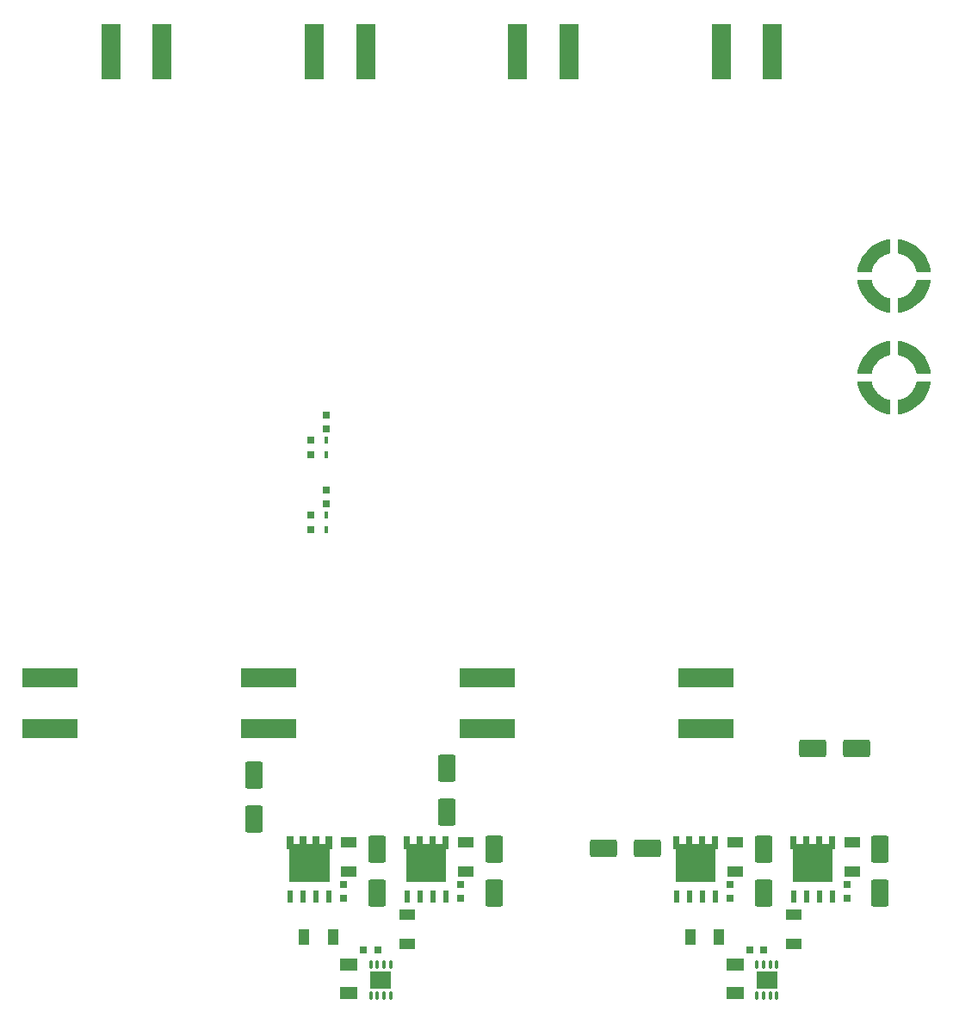
<source format=gbr>
%TF.GenerationSoftware,Altium Limited,Altium Designer,25.8.1 (18)*%
G04 Layer_Color=128*
%FSLAX45Y45*%
%MOMM*%
%TF.SameCoordinates,5F8AD7AF-A6C7-491F-921A-1EE88451CE46*%
%TF.FilePolarity,Positive*%
%TF.FileFunction,Paste,Bot*%
%TF.Part,Single*%
G01*
G75*
%TA.AperFunction,SMDPad,CuDef*%
G04:AMPARAMS|DCode=13|XSize=0.76mm|YSize=0.6604mm|CornerRadius=0.08255mm|HoleSize=0mm|Usage=FLASHONLY|Rotation=0.000|XOffset=0mm|YOffset=0mm|HoleType=Round|Shape=RoundedRectangle|*
%AMROUNDEDRECTD13*
21,1,0.76000,0.49530,0,0,0.0*
21,1,0.59490,0.66040,0,0,0.0*
1,1,0.16510,0.29745,-0.24765*
1,1,0.16510,-0.29745,-0.24765*
1,1,0.16510,-0.29745,0.24765*
1,1,0.16510,0.29745,0.24765*
%
%ADD13ROUNDEDRECTD13*%
G04:AMPARAMS|DCode=17|XSize=0.76mm|YSize=0.6604mm|CornerRadius=0.08255mm|HoleSize=0mm|Usage=FLASHONLY|Rotation=90.000|XOffset=0mm|YOffset=0mm|HoleType=Round|Shape=RoundedRectangle|*
%AMROUNDEDRECTD17*
21,1,0.76000,0.49530,0,0,90.0*
21,1,0.59490,0.66040,0,0,90.0*
1,1,0.16510,0.24765,0.29745*
1,1,0.16510,0.24765,-0.29745*
1,1,0.16510,-0.24765,-0.29745*
1,1,0.16510,-0.24765,0.29745*
%
%ADD17ROUNDEDRECTD17*%
%ADD32R,1.10000X1.65000*%
%ADD37R,1.75822X1.30550*%
G04:AMPARAMS|DCode=39|XSize=2.65mm|YSize=1.75mm|CornerRadius=0.21875mm|HoleSize=0mm|Usage=FLASHONLY|Rotation=270.000|XOffset=0mm|YOffset=0mm|HoleType=Round|Shape=RoundedRectangle|*
%AMROUNDEDRECTD39*
21,1,2.65000,1.31250,0,0,270.0*
21,1,2.21250,1.75000,0,0,270.0*
1,1,0.43750,-0.65625,-1.10625*
1,1,0.43750,-0.65625,1.10625*
1,1,0.43750,0.65625,1.10625*
1,1,0.43750,0.65625,-1.10625*
%
%ADD39ROUNDEDRECTD39*%
%ADD42R,1.65000X1.10000*%
%ADD61R,0.61000X1.27000*%
%ADD63R,5.40312X1.88209*%
G04:AMPARAMS|DCode=64|XSize=2.65mm|YSize=1.75mm|CornerRadius=0.21875mm|HoleSize=0mm|Usage=FLASHONLY|Rotation=180.000|XOffset=0mm|YOffset=0mm|HoleType=Round|Shape=RoundedRectangle|*
%AMROUNDEDRECTD64*
21,1,2.65000,1.31250,0,0,180.0*
21,1,2.21250,1.75000,0,0,180.0*
1,1,0.43750,-1.10625,0.65625*
1,1,0.43750,1.10625,0.65625*
1,1,0.43750,1.10625,-0.65625*
1,1,0.43750,-1.10625,-0.65625*
%
%ADD64ROUNDEDRECTD64*%
G04:AMPARAMS|DCode=65|XSize=0.3mm|YSize=0.8mm|CornerRadius=0.075mm|HoleSize=0mm|Usage=FLASHONLY|Rotation=180.000|XOffset=0mm|YOffset=0mm|HoleType=Round|Shape=RoundedRectangle|*
%AMROUNDEDRECTD65*
21,1,0.30000,0.65000,0,0,180.0*
21,1,0.15000,0.80000,0,0,180.0*
1,1,0.15000,-0.07500,0.32500*
1,1,0.15000,0.07500,0.32500*
1,1,0.15000,0.07500,-0.32500*
1,1,0.15000,-0.07500,-0.32500*
%
%ADD65ROUNDEDRECTD65*%
%ADD66R,2.05000X1.70000*%
G04:AMPARAMS|DCode=67|XSize=0.67mm|YSize=0.4mm|CornerRadius=0.04mm|HoleSize=0mm|Usage=FLASHONLY|Rotation=270.000|XOffset=0mm|YOffset=0mm|HoleType=Round|Shape=RoundedRectangle|*
%AMROUNDEDRECTD67*
21,1,0.67000,0.32000,0,0,270.0*
21,1,0.59000,0.40000,0,0,270.0*
1,1,0.08000,-0.16000,-0.29500*
1,1,0.08000,-0.16000,0.29500*
1,1,0.08000,0.16000,0.29500*
1,1,0.08000,0.16000,-0.29500*
%
%ADD67ROUNDEDRECTD67*%
%ADD68R,1.88209X5.40312*%
G36*
X9440001Y7761292D02*
X9460350Y7759039D01*
X9500282Y7749992D01*
X9538947Y7736518D01*
X9575854Y7718788D01*
X9610537Y7697027D01*
X9642557Y7671508D01*
X9671509Y7642556D01*
X9697028Y7610536D01*
X9718789Y7575853D01*
X9736519Y7538945D01*
X9749992Y7500281D01*
X9759039Y7460348D01*
X9761292Y7440000D01*
X9761292D01*
X9761292Y7440000D01*
Y7440000D01*
X9620387D01*
Y7440070D01*
X9616724Y7456626D01*
X9605703Y7488670D01*
X9589973Y7518685D01*
X9569896Y7545984D01*
X9545930Y7569942D01*
X9518624Y7590011D01*
X9488604Y7605731D01*
X9456556Y7616743D01*
X9439999Y7620400D01*
X9439999Y7620400D01*
X9440000Y7620404D01*
Y7761292D01*
X9440001Y7761292D01*
D02*
G37*
G36*
X9360000Y7620387D02*
X9359929D01*
X9343374Y7616724D01*
X9311330Y7605703D01*
X9281314Y7589973D01*
X9254015Y7569895D01*
X9230057Y7545930D01*
X9209989Y7518624D01*
X9194269Y7488604D01*
X9183257Y7456556D01*
X9179600Y7439999D01*
Y7439999D01*
X9179596Y7440000D01*
X9038708D01*
Y7440001D01*
X9040961Y7460350D01*
X9050008Y7500282D01*
X9063481Y7538947D01*
X9081211Y7575854D01*
X9102973Y7610537D01*
X9128491Y7642557D01*
X9157444Y7671509D01*
X9189464Y7697028D01*
X9224147Y7718789D01*
X9261054Y7736519D01*
X9299719Y7749992D01*
X9339652Y7759039D01*
X9360000Y7761292D01*
Y7620387D01*
D02*
G37*
G36*
X9620404Y7360000D02*
X9761292D01*
X9761292Y7359998D01*
X9759039Y7339650D01*
X9749992Y7299717D01*
X9736518Y7261053D01*
X9718789Y7224146D01*
X9697027Y7189463D01*
X9671508Y7157442D01*
X9642556Y7128490D01*
X9610536Y7102972D01*
X9575853Y7081210D01*
X9538945Y7063481D01*
X9500281Y7050007D01*
X9460348Y7040961D01*
X9440000Y7038708D01*
Y7179613D01*
X9440070Y7179613D01*
X9456626Y7183275D01*
X9488670Y7194297D01*
X9518686Y7210027D01*
X9545984Y7230104D01*
X9569943Y7254070D01*
X9590011Y7281375D01*
X9605731Y7311396D01*
X9616743Y7343444D01*
X9620400Y7360001D01*
X9620400D01*
X9620404Y7360000D01*
D02*
G37*
G36*
X9440000Y7038708D02*
X9440000D01*
X9440000D01*
D01*
D02*
G37*
G36*
X9179613Y7359929D02*
X9183275Y7343374D01*
X9194297Y7311330D01*
X9210027Y7281314D01*
X9230104Y7254015D01*
X9254070Y7230057D01*
X9281375Y7209989D01*
X9311396Y7194269D01*
X9343444Y7183257D01*
X9360001Y7179600D01*
X9360000Y7179596D01*
Y7038708D01*
X9359998D01*
X9339650Y7040961D01*
X9299717Y7050008D01*
X9261053Y7063481D01*
X9224146Y7081211D01*
X9189463Y7102973D01*
X9157442Y7128491D01*
X9128490Y7157444D01*
X9102972Y7189464D01*
X9081210Y7224147D01*
X9063481Y7261054D01*
X9050007Y7299719D01*
X9040961Y7339652D01*
X9038708Y7360000D01*
X9179613D01*
X9179613Y7359929D01*
D02*
G37*
G36*
X9440001Y6761292D02*
X9460350Y6759039D01*
X9500282Y6749992D01*
X9538947Y6736518D01*
X9575854Y6718788D01*
X9610537Y6697027D01*
X9642557Y6671508D01*
X9671509Y6642556D01*
X9697028Y6610536D01*
X9718789Y6575852D01*
X9736519Y6538945D01*
X9749992Y6500281D01*
X9759039Y6460348D01*
X9761292Y6440000D01*
X9761292D01*
X9761292Y6440000D01*
Y6440000D01*
X9620387D01*
Y6440070D01*
X9616724Y6456626D01*
X9605703Y6488670D01*
X9589973Y6518685D01*
X9569896Y6545984D01*
X9545930Y6569942D01*
X9518624Y6590011D01*
X9488604Y6605731D01*
X9456556Y6616743D01*
X9439999Y6620400D01*
X9439999Y6620400D01*
X9440000Y6620404D01*
Y6761292D01*
X9440001Y6761292D01*
D02*
G37*
G36*
X9360000Y6620387D02*
X9359929D01*
X9343374Y6616724D01*
X9311330Y6605703D01*
X9281314Y6589973D01*
X9254015Y6569895D01*
X9230057Y6545930D01*
X9209989Y6518624D01*
X9194269Y6488604D01*
X9183257Y6456556D01*
X9179600Y6439999D01*
Y6439999D01*
X9179596Y6440000D01*
X9038708D01*
Y6440001D01*
X9040961Y6460350D01*
X9050008Y6500282D01*
X9063481Y6538947D01*
X9081211Y6575854D01*
X9102973Y6610537D01*
X9128491Y6642557D01*
X9157444Y6671509D01*
X9189464Y6697028D01*
X9224147Y6718789D01*
X9261054Y6736519D01*
X9299719Y6749992D01*
X9339652Y6759039D01*
X9360000Y6761292D01*
Y6620387D01*
D02*
G37*
G36*
X9620404Y6360000D02*
X9761292D01*
X9761292Y6359998D01*
X9759039Y6339650D01*
X9749992Y6299717D01*
X9736518Y6261053D01*
X9718789Y6224146D01*
X9697027Y6189463D01*
X9671508Y6157442D01*
X9642556Y6128490D01*
X9610536Y6102972D01*
X9575853Y6081210D01*
X9538945Y6063481D01*
X9500281Y6050007D01*
X9460348Y6040960D01*
X9440000Y6038708D01*
Y6179613D01*
X9440070Y6179613D01*
X9456626Y6183275D01*
X9488670Y6194297D01*
X9518686Y6210027D01*
X9545984Y6230104D01*
X9569943Y6254070D01*
X9590011Y6281375D01*
X9605731Y6311396D01*
X9616743Y6343444D01*
X9620400Y6360001D01*
X9620400D01*
X9620404Y6360000D01*
D02*
G37*
G36*
X9440000Y6038708D02*
X9440000D01*
X9440000D01*
D01*
D02*
G37*
G36*
X9179613Y6359929D02*
X9183275Y6343374D01*
X9194297Y6311330D01*
X9210027Y6281314D01*
X9230104Y6254015D01*
X9254070Y6230057D01*
X9281375Y6209989D01*
X9311396Y6194269D01*
X9343444Y6183257D01*
X9360001Y6179600D01*
X9360000Y6179596D01*
Y6038708D01*
X9359998D01*
X9339650Y6040961D01*
X9299717Y6050008D01*
X9261053Y6063481D01*
X9224146Y6081211D01*
X9189463Y6102973D01*
X9157442Y6128491D01*
X9128490Y6157444D01*
X9102972Y6189464D01*
X9081210Y6224147D01*
X9063481Y6261054D01*
X9050007Y6299719D01*
X9040961Y6339652D01*
X9038708Y6360000D01*
X9179613D01*
X9179613Y6359929D01*
D02*
G37*
G36*
X5021000Y1766000D02*
X4995500D01*
Y1441000D01*
X4604500D01*
Y1766000D01*
X4579000D01*
Y1893000D01*
X4640000D01*
Y1816000D01*
X4706000D01*
Y1893000D01*
X4767000D01*
Y1816000D01*
X4833000D01*
Y1893000D01*
X4894000D01*
Y1816000D01*
X4960000D01*
Y1893000D01*
X5021000D01*
Y1766000D01*
D02*
G37*
G36*
X3871000D02*
X3845500D01*
Y1441000D01*
X3454500D01*
Y1766000D01*
X3429000D01*
Y1893000D01*
X3490000D01*
Y1816000D01*
X3556000D01*
Y1893000D01*
X3617000D01*
Y1816000D01*
X3683000D01*
Y1893000D01*
X3744000D01*
Y1816000D01*
X3810000D01*
Y1893000D01*
X3871000D01*
Y1766000D01*
D02*
G37*
G36*
X8821043Y1765974D02*
X8795543D01*
Y1440974D01*
X8404543D01*
Y1765974D01*
X8379043D01*
Y1892974D01*
X8440043D01*
Y1815974D01*
X8506043D01*
Y1892974D01*
X8567043D01*
Y1815974D01*
X8633043D01*
Y1892974D01*
X8694043D01*
Y1815974D01*
X8760043D01*
Y1892974D01*
X8821043D01*
Y1765974D01*
D02*
G37*
G36*
X7671043D02*
X7645543D01*
Y1440974D01*
X7254543D01*
Y1765974D01*
X7229043D01*
Y1892974D01*
X7290043D01*
Y1815974D01*
X7356043D01*
Y1892974D01*
X7417043D01*
Y1815974D01*
X7483043D01*
Y1892974D01*
X7544043D01*
Y1815974D01*
X7610043D01*
Y1892974D01*
X7671043D01*
Y1765974D01*
D02*
G37*
D13*
X3812501Y5295000D02*
D03*
Y5155000D02*
D03*
X3662501Y5045000D02*
D03*
X3812500Y5892500D02*
D03*
X3662500Y5782500D02*
D03*
X3662501Y4905000D02*
D03*
X8937543Y1279974D02*
D03*
X7787543D02*
D03*
X3662500Y5642500D02*
D03*
X5137500Y1280000D02*
D03*
X3987500D02*
D03*
X3812500Y6032500D02*
D03*
X8937543Y1419974D02*
D03*
X7787543D02*
D03*
X5137500Y1420000D02*
D03*
X3987500D02*
D03*
D17*
X8120043Y774974D02*
D03*
X4320000Y775000D02*
D03*
X7980042Y774974D02*
D03*
X4180000Y775000D02*
D03*
D32*
X3880000Y900000D02*
D03*
X7680043Y899974D02*
D03*
X3595000Y900000D02*
D03*
X7395043Y899974D02*
D03*
D37*
X7837543Y625110D02*
D03*
X4037500Y625136D02*
D03*
X7837543Y349838D02*
D03*
X4037500Y349864D02*
D03*
D39*
X5000000Y2558750D02*
D03*
Y2128750D02*
D03*
X5462500Y1765000D02*
D03*
X3100100Y2490000D02*
D03*
Y2060000D02*
D03*
X4312500Y1765000D02*
D03*
X8112543Y1764974D02*
D03*
X9262543D02*
D03*
Y1334974D02*
D03*
X8112543D02*
D03*
X5462500Y1335000D02*
D03*
X4312500D02*
D03*
D42*
X5187500Y1830000D02*
D03*
X4037500D02*
D03*
X7837543Y1829974D02*
D03*
X8987543D02*
D03*
X4612915Y832497D02*
D03*
X8412958Y832471D02*
D03*
X8987543Y1544974D02*
D03*
X8412958Y1117471D02*
D03*
X7837543Y1544974D02*
D03*
X5187500Y1545000D02*
D03*
X4612915Y1117497D02*
D03*
X4037500Y1545000D02*
D03*
D61*
X3459500Y1295500D02*
D03*
X3586500D02*
D03*
X3713500D02*
D03*
X3840500D02*
D03*
X8790543Y1295474D02*
D03*
X8663543D02*
D03*
X8536543D02*
D03*
X7640543D02*
D03*
X7386543D02*
D03*
X7513543D02*
D03*
X4863500Y1295500D02*
D03*
X4990500D02*
D03*
X4736500D02*
D03*
X8409543Y1295474D02*
D03*
X7259543D02*
D03*
X4609500Y1295500D02*
D03*
D63*
X3250000Y3451020D02*
D03*
X1100000D02*
D03*
Y2948980D02*
D03*
X3250000D02*
D03*
X5400000Y3451020D02*
D03*
Y2948980D02*
D03*
X7550000Y3451020D02*
D03*
Y2948980D02*
D03*
D64*
X6541250Y1775000D02*
D03*
X6971250D02*
D03*
X8597500Y2750000D02*
D03*
X9027500D02*
D03*
D65*
X4252500Y325000D02*
D03*
X4382500Y625000D02*
D03*
X4252500D02*
D03*
X8182543Y624974D02*
D03*
X8052543D02*
D03*
X4447500Y625000D02*
D03*
X4382500Y325000D02*
D03*
X4447500D02*
D03*
X4317500D02*
D03*
Y625000D02*
D03*
X8247543Y324974D02*
D03*
X8182543D02*
D03*
X8052543D02*
D03*
X8247543Y624974D02*
D03*
X8117543Y324974D02*
D03*
Y624974D02*
D03*
D66*
X4350000Y475000D02*
D03*
X8150043Y474974D02*
D03*
D67*
X3812501Y5049000D02*
D03*
X3812500Y5786500D02*
D03*
X3812501Y4901000D02*
D03*
X3812500Y5638500D02*
D03*
D68*
X1698980Y9600000D02*
D03*
X2201020D02*
D03*
X3698980D02*
D03*
X4201020D02*
D03*
X5698980D02*
D03*
X6201020D02*
D03*
X8201020D02*
D03*
X7698980D02*
D03*
%TF.MD5,37e1e2599d4b13002052c0d6a77dcfc3*%
M02*

</source>
